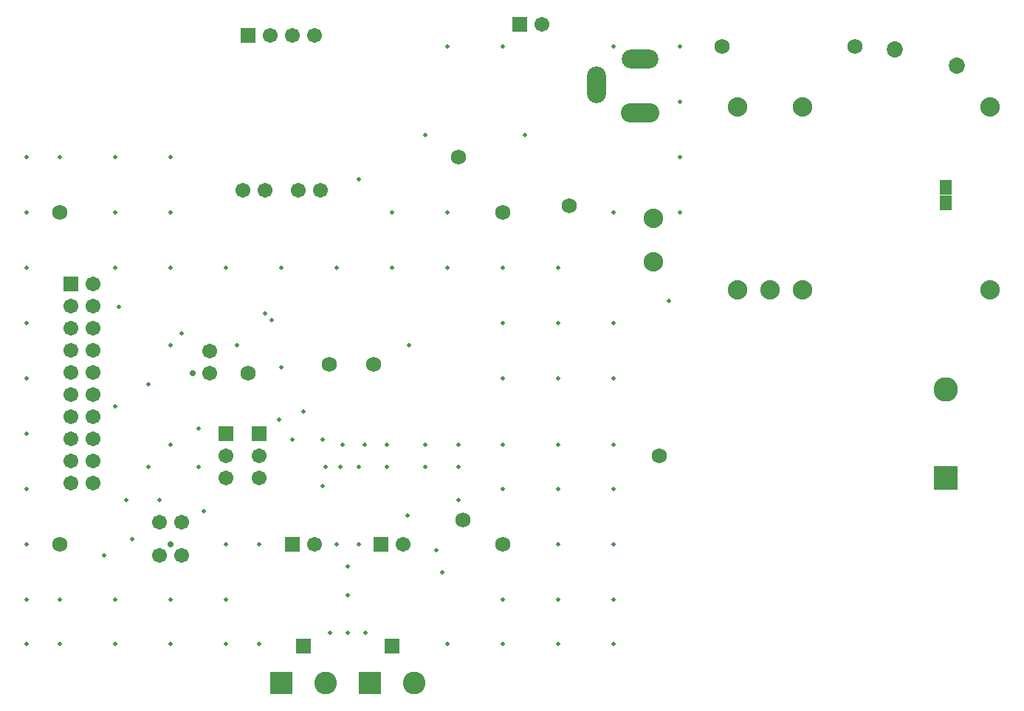
<source format=gbs>
%FSLAX25Y25*%
%MOIN*%
G70*
G01*
G75*
G04 Layer_Color=16711935*
%ADD10R,0.04725X0.13779*%
%ADD11R,0.04725X0.13779*%
%ADD12R,0.06000X0.10000*%
%ADD13R,0.03500X0.03000*%
%ADD14R,0.05500X0.04000*%
%ADD15R,0.04000X0.05500*%
%ADD16R,0.06000X0.06000*%
%ADD17R,0.02756X0.05315*%
%ADD18R,0.02756X0.07087*%
G04:AMPARAMS|DCode=19|XSize=74.8mil|YSize=129.92mil|CornerRadius=0mil|HoleSize=0mil|Usage=FLASHONLY|Rotation=0.000|XOffset=0mil|YOffset=0mil|HoleType=Round|Shape=Octagon|*
%AMOCTAGOND19*
4,1,8,-0.01870,0.06496,0.01870,0.06496,0.03740,0.04626,0.03740,-0.04626,0.01870,-0.06496,-0.01870,-0.06496,-0.03740,-0.04626,-0.03740,0.04626,-0.01870,0.06496,0.0*
%
%ADD19OCTAGOND19*%

%ADD20R,0.01496X0.07874*%
%ADD21R,0.01496X0.07874*%
%ADD22O,0.06000X0.11024*%
%ADD23R,0.06000X0.11024*%
%ADD24R,0.17716X0.07874*%
%ADD25R,0.03000X0.03500*%
%ADD26R,0.10000X0.06000*%
%ADD27R,0.07500X0.10000*%
%ADD28C,0.04000*%
%ADD29C,0.01200*%
%ADD30C,0.02500*%
%ADD31C,0.02000*%
%ADD32C,0.01500*%
%ADD33C,0.05000*%
%ADD34C,0.03000*%
%ADD35C,0.08000*%
%ADD36C,0.05906*%
%ADD37R,0.05906X0.05906*%
%ADD38R,0.10236X0.10236*%
%ADD39C,0.10236*%
%ADD40R,0.05906X0.05906*%
%ADD41O,0.07874X0.15748*%
%ADD42O,0.15748X0.07874*%
%ADD43O,0.16535X0.07874*%
%ADD44C,0.06000*%
%ADD45R,0.05906X0.05906*%
%ADD46R,0.09449X0.09449*%
%ADD47C,0.09449*%
%ADD48C,0.06500*%
%ADD49C,0.02000*%
%ADD50R,0.05000X0.06000*%
%ADD51C,0.00100*%
%ADD52C,0.01000*%
%ADD53C,0.00800*%
%ADD54C,0.01600*%
%ADD55C,0.00787*%
%ADD56C,0.00600*%
%ADD57R,0.00400X0.05000*%
%ADD58R,0.05000X0.00400*%
%ADD59R,0.05525X0.14579*%
%ADD60R,0.05525X0.14579*%
%ADD61R,0.06800X0.10800*%
%ADD62R,0.04300X0.03800*%
%ADD63R,0.06300X0.04800*%
%ADD64R,0.04800X0.06300*%
%ADD65R,0.06800X0.06800*%
%ADD66R,0.03556X0.06115*%
%ADD67R,0.03556X0.07887*%
G04:AMPARAMS|DCode=68|XSize=82.8mil|YSize=137.92mil|CornerRadius=0mil|HoleSize=0mil|Usage=FLASHONLY|Rotation=0.000|XOffset=0mil|YOffset=0mil|HoleType=Round|Shape=Octagon|*
%AMOCTAGOND68*
4,1,8,-0.02070,0.06896,0.02070,0.06896,0.04140,0.04826,0.04140,-0.04826,0.02070,-0.06896,-0.02070,-0.06896,-0.04140,-0.04826,-0.04140,0.04826,-0.02070,0.06896,0.0*
%
%ADD68OCTAGOND68*%

%ADD69R,0.02296X0.08674*%
%ADD70R,0.02296X0.08674*%
%ADD71O,0.06800X0.11824*%
%ADD72R,0.06800X0.11824*%
%ADD73R,0.18517X0.08674*%
%ADD74R,0.03800X0.04300*%
%ADD75R,0.10800X0.06800*%
%ADD76R,0.08300X0.10800*%
%ADD77C,0.08800*%
%ADD78C,0.06706*%
%ADD79R,0.06706X0.06706*%
%ADD80R,0.11036X0.11036*%
%ADD81C,0.11036*%
%ADD82R,0.06706X0.06706*%
%ADD83O,0.08674X0.16548*%
%ADD84O,0.16548X0.08674*%
%ADD85O,0.17335X0.08674*%
%ADD86C,0.06800*%
%ADD87R,0.06706X0.06706*%
%ADD88R,0.10249X0.10249*%
%ADD89C,0.10249*%
%ADD90C,0.07300*%
%ADD91C,0.02800*%
%ADD92R,0.05800X0.06800*%
D49*
X100000Y-125000D02*
D03*
X300000Y-140000D02*
D03*
X100000Y-275000D02*
D03*
X25000Y-295000D02*
D03*
Y-275000D02*
D03*
X50000Y-295000D02*
D03*
X75000D02*
D03*
X10000D02*
D03*
X100000D02*
D03*
X115000D02*
D03*
X87500Y-215000D02*
D03*
X70000Y-230000D02*
D03*
X55000D02*
D03*
X105000Y-160000D02*
D03*
X10000Y-275000D02*
D03*
Y-250000D02*
D03*
Y-225000D02*
D03*
Y-200000D02*
D03*
Y-175000D02*
D03*
Y-150000D02*
D03*
X143500Y-223500D02*
D03*
X135000Y-190000D02*
D03*
X130000Y-202500D02*
D03*
X75000Y-160000D02*
D03*
Y-275000D02*
D03*
X150000Y-125000D02*
D03*
X125000D02*
D03*
X75000D02*
D03*
Y-100000D02*
D03*
Y-75000D02*
D03*
X200000Y-25000D02*
D03*
X190000Y-65000D02*
D03*
X305000Y-100000D02*
D03*
Y-75000D02*
D03*
Y-50000D02*
D03*
Y-25000D02*
D03*
X235000Y-65000D02*
D03*
X275000Y-25000D02*
D03*
X225000D02*
D03*
X195000Y-252500D02*
D03*
X197500Y-262500D02*
D03*
X200000Y-295000D02*
D03*
X275000D02*
D03*
Y-275000D02*
D03*
Y-250000D02*
D03*
Y-225000D02*
D03*
X225000Y-295000D02*
D03*
Y-275000D02*
D03*
X250000Y-295000D02*
D03*
Y-250000D02*
D03*
Y-225000D02*
D03*
Y-175000D02*
D03*
X225000D02*
D03*
Y-150000D02*
D03*
X250000D02*
D03*
X175000Y-100000D02*
D03*
X160000Y-85000D02*
D03*
X250000Y-125000D02*
D03*
X225000D02*
D03*
X175000D02*
D03*
X200000D02*
D03*
Y-100000D02*
D03*
X50000Y-275000D02*
D03*
X45000Y-255000D02*
D03*
X50000Y-125000D02*
D03*
Y-100000D02*
D03*
Y-75000D02*
D03*
X25000D02*
D03*
X125000Y-170000D02*
D03*
X50000Y-187500D02*
D03*
X10000Y-125000D02*
D03*
X65000Y-215000D02*
D03*
X75000Y-205000D02*
D03*
X87500Y-197500D02*
D03*
X182500Y-160000D02*
D03*
X124000Y-193500D02*
D03*
X115000Y-250000D02*
D03*
X90000Y-235000D02*
D03*
X100000Y-250000D02*
D03*
X163000Y-290000D02*
D03*
X155000D02*
D03*
X147000D02*
D03*
X155000Y-273000D02*
D03*
Y-260000D02*
D03*
X160000Y-250000D02*
D03*
X150000D02*
D03*
X182000Y-237000D02*
D03*
X225000Y-225000D02*
D03*
Y-205000D02*
D03*
X205000Y-230000D02*
D03*
Y-215000D02*
D03*
Y-205000D02*
D03*
X190000Y-215000D02*
D03*
Y-205000D02*
D03*
X143500Y-202500D02*
D03*
X145000Y-215000D02*
D03*
X151500D02*
D03*
X162500Y-205000D02*
D03*
X160000Y-215000D02*
D03*
X172500D02*
D03*
Y-205000D02*
D03*
X152500D02*
D03*
X80000Y-154500D02*
D03*
X51500Y-142500D02*
D03*
X117500Y-145500D02*
D03*
X120500Y-148500D02*
D03*
X10000Y-75000D02*
D03*
Y-100000D02*
D03*
X250000Y-275000D02*
D03*
Y-205000D02*
D03*
X275000D02*
D03*
Y-175000D02*
D03*
Y-150000D02*
D03*
Y-100000D02*
D03*
X57500Y-247500D02*
D03*
X65000Y-177500D02*
D03*
D65*
X135000Y-296000D02*
D03*
X175000D02*
D03*
D77*
X445000Y-52323D02*
D03*
X360355Y-52323D02*
D03*
X330827Y-52323D02*
D03*
X330827Y-135000D02*
D03*
X445000Y-135000D02*
D03*
X345591Y-135000D02*
D03*
X360355Y-135000D02*
D03*
X293000Y-122343D02*
D03*
X293000Y-102657D02*
D03*
D78*
X40000Y-222165D02*
D03*
X30000D02*
D03*
X40000Y-212165D02*
D03*
X30000D02*
D03*
X40000Y-202165D02*
D03*
X30000D02*
D03*
X40000Y-192165D02*
D03*
X30000D02*
D03*
X40000Y-182165D02*
D03*
X30000D02*
D03*
X40000Y-172165D02*
D03*
X30000D02*
D03*
X40000Y-162165D02*
D03*
X30000D02*
D03*
X40000Y-152165D02*
D03*
X30000D02*
D03*
X40000Y-142165D02*
D03*
X30000D02*
D03*
X40000Y-132165D02*
D03*
X115000Y-210000D02*
D03*
Y-220000D02*
D03*
X120000Y-20000D02*
D03*
X130000D02*
D03*
X140000D02*
D03*
Y-250000D02*
D03*
X70000Y-240000D02*
D03*
X80000D02*
D03*
X107500Y-90000D02*
D03*
X117500D02*
D03*
X70000Y-255000D02*
D03*
X80000D02*
D03*
X132500Y-90000D02*
D03*
X142500D02*
D03*
X92500Y-162500D02*
D03*
Y-172500D02*
D03*
X180000Y-250000D02*
D03*
X100000Y-220000D02*
D03*
Y-210000D02*
D03*
X242500Y-15000D02*
D03*
D79*
X30000Y-132165D02*
D03*
D80*
X425000Y-220000D02*
D03*
D81*
Y-180000D02*
D03*
D82*
X115000Y-200000D02*
D03*
X100000D02*
D03*
D83*
X267315Y-42339D02*
D03*
D84*
X287000Y-30528D02*
D03*
D85*
Y-54937D02*
D03*
D86*
X146815Y-168500D02*
D03*
X166500D02*
D03*
X225000Y-250000D02*
D03*
X255000Y-97000D02*
D03*
X205000Y-75000D02*
D03*
X25000Y-250000D02*
D03*
X225000Y-100000D02*
D03*
X25000D02*
D03*
X207000Y-239000D02*
D03*
X110000Y-172500D02*
D03*
X295500Y-210000D02*
D03*
X324000Y-25000D02*
D03*
X384000D02*
D03*
D87*
X110000Y-20000D02*
D03*
X130000Y-250000D02*
D03*
X170000D02*
D03*
X232500Y-15000D02*
D03*
D88*
X165000Y-312500D02*
D03*
X125000D02*
D03*
D89*
X185000D02*
D03*
X145000D02*
D03*
D90*
X402000Y-26250D02*
D03*
X430000Y-33750D02*
D03*
D91*
X75000Y-250000D02*
D03*
X85000Y-172500D02*
D03*
D92*
X425000Y-95500D02*
D03*
Y-88500D02*
D03*
M02*

</source>
